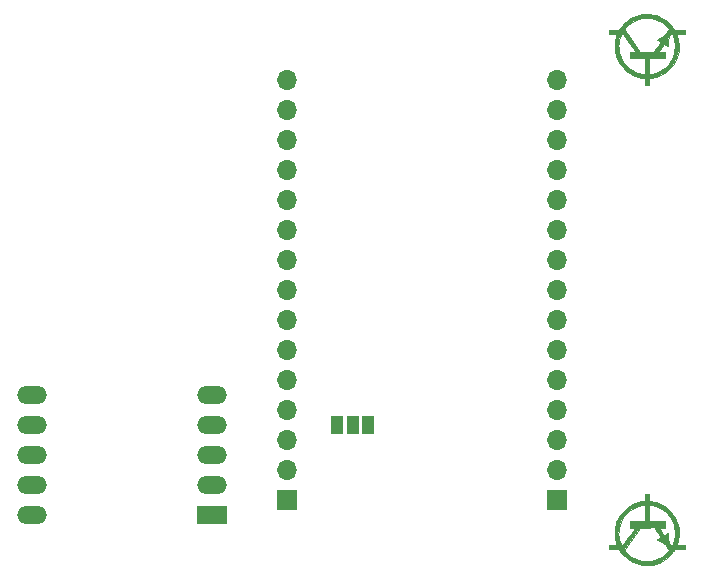
<source format=gbr>
%TF.GenerationSoftware,KiCad,Pcbnew,(5.99.0-9801-g46d71f0d23)*%
%TF.CreationDate,2021-03-18T00:24:41-04:00*%
%TF.ProjectId,PCB-S,5043422d-532e-46b6-9963-61645f706362,rev?*%
%TF.SameCoordinates,Original*%
%TF.FileFunction,Soldermask,Bot*%
%TF.FilePolarity,Negative*%
%FSLAX46Y46*%
G04 Gerber Fmt 4.6, Leading zero omitted, Abs format (unit mm)*
G04 Created by KiCad (PCBNEW (5.99.0-9801-g46d71f0d23)) date 2021-03-18 00:24:41*
%MOMM*%
%LPD*%
G01*
G04 APERTURE LIST*
%ADD10C,0.010000*%
%ADD11R,1.700000X1.700000*%
%ADD12O,1.700000X1.700000*%
%ADD13R,2.524000X1.524000*%
%ADD14O,2.524000X1.524000*%
%ADD15R,1.000000X1.500000*%
G04 APERTURE END LIST*
D10*
%TO.C,Ref\u002A\u002A*%
X218628075Y-29464000D02*
X218665720Y-29397296D01*
X218665720Y-29397296D02*
X218706653Y-29331486D01*
X218706653Y-29331486D02*
X218761233Y-29253511D01*
X218761233Y-29253511D02*
X218825044Y-29169061D01*
X218825044Y-29169061D02*
X218893669Y-29083828D01*
X218893669Y-29083828D02*
X218962693Y-29003505D01*
X218962693Y-29003505D02*
X219016257Y-28945538D01*
X219016257Y-28945538D02*
X219210408Y-28761546D01*
X219210408Y-28761546D02*
X219417094Y-28599428D01*
X219417094Y-28599428D02*
X219635420Y-28459565D01*
X219635420Y-28459565D02*
X219864494Y-28342338D01*
X219864494Y-28342338D02*
X220103422Y-28248128D01*
X220103422Y-28248128D02*
X220351310Y-28177316D01*
X220351310Y-28177316D02*
X220607266Y-28130284D01*
X220607266Y-28130284D02*
X220870395Y-28107412D01*
X220870395Y-28107412D02*
X220986350Y-28105100D01*
X220986350Y-28105100D02*
X221252308Y-28117390D01*
X221252308Y-28117390D02*
X221511480Y-28154006D01*
X221511480Y-28154006D02*
X221762971Y-28214566D01*
X221762971Y-28214566D02*
X222005890Y-28298690D01*
X222005890Y-28298690D02*
X222239341Y-28405996D01*
X222239341Y-28405996D02*
X222462431Y-28536103D01*
X222462431Y-28536103D02*
X222674268Y-28688630D01*
X222674268Y-28688630D02*
X222873957Y-28863196D01*
X222873957Y-28863196D02*
X222956442Y-28945538D01*
X222956442Y-28945538D02*
X223022517Y-29017636D01*
X223022517Y-29017636D02*
X223091798Y-29099288D01*
X223091798Y-29099288D02*
X223159870Y-29184803D01*
X223159870Y-29184803D02*
X223222316Y-29268490D01*
X223222316Y-29268490D02*
X223274720Y-29344658D01*
X223274720Y-29344658D02*
X223306979Y-29397296D01*
X223306979Y-29397296D02*
X223344624Y-29464000D01*
X223344624Y-29464000D02*
X224193100Y-29464000D01*
X224193100Y-29464000D02*
X224193100Y-29794200D01*
X224193100Y-29794200D02*
X223509074Y-29794200D01*
X223509074Y-29794200D02*
X223547319Y-29898975D01*
X223547319Y-29898975D02*
X223587205Y-30020568D01*
X223587205Y-30020568D02*
X223624418Y-30157334D01*
X223624418Y-30157334D02*
X223656407Y-30299046D01*
X223656407Y-30299046D02*
X223679671Y-30429200D01*
X223679671Y-30429200D02*
X223691566Y-30532518D01*
X223691566Y-30532518D02*
X223699209Y-30653252D01*
X223699209Y-30653252D02*
X223702590Y-30783776D01*
X223702590Y-30783776D02*
X223701699Y-30916463D01*
X223701699Y-30916463D02*
X223696526Y-31043688D01*
X223696526Y-31043688D02*
X223687061Y-31157822D01*
X223687061Y-31157822D02*
X223680668Y-31207930D01*
X223680668Y-31207930D02*
X223630383Y-31465374D01*
X223630383Y-31465374D02*
X223557283Y-31713400D01*
X223557283Y-31713400D02*
X223462444Y-31950828D01*
X223462444Y-31950828D02*
X223346942Y-32176480D01*
X223346942Y-32176480D02*
X223211855Y-32389180D01*
X223211855Y-32389180D02*
X223058257Y-32587749D01*
X223058257Y-32587749D02*
X222887225Y-32771008D01*
X222887225Y-32771008D02*
X222699837Y-32937781D01*
X222699837Y-32937781D02*
X222497167Y-33086888D01*
X222497167Y-33086888D02*
X222280293Y-33217153D01*
X222280293Y-33217153D02*
X222050291Y-33327397D01*
X222050291Y-33327397D02*
X221808236Y-33416442D01*
X221808236Y-33416442D02*
X221613777Y-33469948D01*
X221613777Y-33469948D02*
X221561445Y-33481206D01*
X221561445Y-33481206D02*
X221496179Y-33493620D01*
X221496179Y-33493620D02*
X221423857Y-33506253D01*
X221423857Y-33506253D02*
X221350355Y-33518168D01*
X221350355Y-33518168D02*
X221281551Y-33528428D01*
X221281551Y-33528428D02*
X221223322Y-33536097D01*
X221223322Y-33536097D02*
X221181545Y-33540238D01*
X221181545Y-33540238D02*
X221169849Y-33540700D01*
X221169849Y-33540700D02*
X221165951Y-33552995D01*
X221165951Y-33552995D02*
X221162697Y-33588270D01*
X221162697Y-33588270D02*
X221160189Y-33644110D01*
X221160189Y-33644110D02*
X221158529Y-33718102D01*
X221158529Y-33718102D02*
X221157819Y-33807830D01*
X221157819Y-33807830D02*
X221157800Y-33826450D01*
X221157800Y-33826450D02*
X221157800Y-33209304D01*
X221157800Y-33209304D02*
X221224475Y-33202306D01*
X221224475Y-33202306D02*
X221263471Y-33197041D01*
X221263471Y-33197041D02*
X221319678Y-33187953D01*
X221319678Y-33187953D02*
X221385428Y-33176341D01*
X221385428Y-33176341D02*
X221449900Y-33164125D01*
X221449900Y-33164125D02*
X221684261Y-33105307D01*
X221684261Y-33105307D02*
X221910511Y-33023078D01*
X221910511Y-33023078D02*
X222126863Y-32918626D01*
X222126863Y-32918626D02*
X222331530Y-32793139D01*
X222331530Y-32793139D02*
X222522727Y-32647805D01*
X222522727Y-32647805D02*
X222698667Y-32483813D01*
X222698667Y-32483813D02*
X222857563Y-32302352D01*
X222857563Y-32302352D02*
X222963105Y-32157549D01*
X222963105Y-32157549D02*
X223091704Y-31943870D01*
X223091704Y-31943870D02*
X223196673Y-31720911D01*
X223196673Y-31720911D02*
X223278034Y-31488609D01*
X223278034Y-31488609D02*
X223335808Y-31246902D01*
X223335808Y-31246902D02*
X223370016Y-30995726D01*
X223370016Y-30995726D02*
X223372231Y-30968950D01*
X223372231Y-30968950D02*
X223374815Y-30899397D01*
X223374815Y-30899397D02*
X223373799Y-30812241D01*
X223373799Y-30812241D02*
X223369612Y-30714958D01*
X223369612Y-30714958D02*
X223362688Y-30615021D01*
X223362688Y-30615021D02*
X223353457Y-30519907D01*
X223353457Y-30519907D02*
X223342352Y-30437089D01*
X223342352Y-30437089D02*
X223341059Y-30429200D01*
X223341059Y-30429200D02*
X223309941Y-30275972D01*
X223309941Y-30275972D02*
X223268629Y-30122391D01*
X223268629Y-30122391D02*
X223220012Y-29978536D01*
X223220012Y-29978536D02*
X223191762Y-29908500D01*
X223191762Y-29908500D02*
X223145194Y-29800550D01*
X223145194Y-29800550D02*
X223000324Y-29792964D01*
X223000324Y-29792964D02*
X222879262Y-29975024D01*
X222879262Y-29975024D02*
X222820482Y-30386528D01*
X222820482Y-30386528D02*
X222806112Y-30485819D01*
X222806112Y-30485819D02*
X222792567Y-30576935D01*
X222792567Y-30576935D02*
X222780323Y-30656861D01*
X222780323Y-30656861D02*
X222769856Y-30722583D01*
X222769856Y-30722583D02*
X222761642Y-30771085D01*
X222761642Y-30771085D02*
X222756159Y-30799352D01*
X222756159Y-30799352D02*
X222754315Y-30805418D01*
X222754315Y-30805418D02*
X222741315Y-30802021D01*
X222741315Y-30802021D02*
X222710935Y-30787512D01*
X222710935Y-30787512D02*
X222667424Y-30764097D01*
X222667424Y-30764097D02*
X222615030Y-30733982D01*
X222615030Y-30733982D02*
X222603240Y-30726979D01*
X222603240Y-30726979D02*
X222549128Y-30694699D01*
X222549128Y-30694699D02*
X222502895Y-30667198D01*
X222502895Y-30667198D02*
X222468907Y-30647065D01*
X222468907Y-30647065D02*
X222451526Y-30636892D01*
X222451526Y-30636892D02*
X222450465Y-30636300D01*
X222450465Y-30636300D02*
X222442005Y-30645413D01*
X222442005Y-30645413D02*
X222421616Y-30672612D01*
X222421616Y-30672612D02*
X222391396Y-30714807D01*
X222391396Y-30714807D02*
X222353445Y-30768911D01*
X222353445Y-30768911D02*
X222309863Y-30831834D01*
X222309863Y-30831834D02*
X222262749Y-30900488D01*
X222262749Y-30900488D02*
X222214202Y-30971784D01*
X222214202Y-30971784D02*
X222166321Y-31042634D01*
X222166321Y-31042634D02*
X222121205Y-31109948D01*
X222121205Y-31109948D02*
X222080955Y-31170638D01*
X222080955Y-31170638D02*
X222047669Y-31221615D01*
X222047669Y-31221615D02*
X222023447Y-31259791D01*
X222023447Y-31259791D02*
X222010387Y-31282077D01*
X222010387Y-31282077D02*
X222008700Y-31286267D01*
X222008700Y-31286267D02*
X222020766Y-31288253D01*
X222020766Y-31288253D02*
X222054430Y-31289996D01*
X222054430Y-31289996D02*
X222105889Y-31291398D01*
X222105889Y-31291398D02*
X222171343Y-31292361D01*
X222171343Y-31292361D02*
X222246989Y-31292788D01*
X222246989Y-31292788D02*
X222262700Y-31292800D01*
X222262700Y-31292800D02*
X222516700Y-31292800D01*
X222516700Y-31292800D02*
X222516700Y-31813500D01*
X222516700Y-31813500D02*
X221599431Y-31813500D01*
X221599431Y-31813500D02*
X221599431Y-31293057D01*
X221599431Y-31293057D02*
X221873412Y-30878151D01*
X221873412Y-30878151D02*
X221933708Y-30786400D01*
X221933708Y-30786400D02*
X221989126Y-30701220D01*
X221989126Y-30701220D02*
X222038193Y-30624939D01*
X222038193Y-30624939D02*
X222079440Y-30559880D01*
X222079440Y-30559880D02*
X222111396Y-30508370D01*
X222111396Y-30508370D02*
X222132589Y-30472732D01*
X222132589Y-30472732D02*
X222141550Y-30455292D01*
X222141550Y-30455292D02*
X222141691Y-30454020D01*
X222141691Y-30454020D02*
X222129124Y-30444328D01*
X222129124Y-30444328D02*
X222099063Y-30424684D01*
X222099063Y-30424684D02*
X222055967Y-30397917D01*
X222055967Y-30397917D02*
X222004292Y-30366851D01*
X222004292Y-30366851D02*
X222002562Y-30365826D01*
X222002562Y-30365826D02*
X221951979Y-30334767D01*
X221951979Y-30334767D02*
X221911312Y-30307639D01*
X221911312Y-30307639D02*
X221884538Y-30287256D01*
X221884538Y-30287256D02*
X221875634Y-30276430D01*
X221875634Y-30276430D02*
X221875756Y-30276142D01*
X221875756Y-30276142D02*
X221887527Y-30266768D01*
X221887527Y-30266768D02*
X221917945Y-30245017D01*
X221917945Y-30245017D02*
X221964524Y-30212601D01*
X221964524Y-30212601D02*
X222024776Y-30171230D01*
X222024776Y-30171230D02*
X222096213Y-30122614D01*
X222096213Y-30122614D02*
X222176347Y-30068463D01*
X222176347Y-30068463D02*
X222241324Y-30024801D01*
X222241324Y-30024801D02*
X222600270Y-29784176D01*
X222600270Y-29784176D02*
X222706314Y-29624088D01*
X222706314Y-29624088D02*
X222812357Y-29464000D01*
X222812357Y-29464000D02*
X222951514Y-29464000D01*
X222951514Y-29464000D02*
X222916025Y-29416375D01*
X222916025Y-29416375D02*
X222892599Y-29386213D01*
X222892599Y-29386213D02*
X222858123Y-29343383D01*
X222858123Y-29343383D02*
X222818011Y-29294560D01*
X222818011Y-29294560D02*
X222791982Y-29263372D01*
X222791982Y-29263372D02*
X222634343Y-29095260D01*
X222634343Y-29095260D02*
X222458171Y-28943186D01*
X222458171Y-28943186D02*
X222265516Y-28808310D01*
X222265516Y-28808310D02*
X222058429Y-28691792D01*
X222058429Y-28691792D02*
X221838963Y-28594789D01*
X221838963Y-28594789D02*
X221609168Y-28518462D01*
X221609168Y-28518462D02*
X221380050Y-28465586D01*
X221380050Y-28465586D02*
X221298740Y-28454498D01*
X221298740Y-28454498D02*
X221198782Y-28446716D01*
X221198782Y-28446716D02*
X221086709Y-28442240D01*
X221086709Y-28442240D02*
X220969057Y-28441070D01*
X220969057Y-28441070D02*
X220852359Y-28443206D01*
X220852359Y-28443206D02*
X220743152Y-28448649D01*
X220743152Y-28448649D02*
X220647969Y-28457397D01*
X220647969Y-28457397D02*
X220592650Y-28465586D01*
X220592650Y-28465586D02*
X220348943Y-28522455D01*
X220348943Y-28522455D02*
X220114996Y-28601929D01*
X220114996Y-28601929D02*
X219892218Y-28703170D01*
X219892218Y-28703170D02*
X219682016Y-28825338D01*
X219682016Y-28825338D02*
X219485800Y-28967595D01*
X219485800Y-28967595D02*
X219304976Y-29129101D01*
X219304976Y-29129101D02*
X219140955Y-29309019D01*
X219140955Y-29309019D02*
X219108275Y-29349700D01*
X219108275Y-29349700D02*
X219023497Y-29457650D01*
X219023497Y-29457650D02*
X219090523Y-29461840D01*
X219090523Y-29461840D02*
X219157550Y-29466030D01*
X219157550Y-29466030D02*
X220453290Y-31286450D01*
X220453290Y-31286450D02*
X221026360Y-31289754D01*
X221026360Y-31289754D02*
X221599431Y-31293057D01*
X221599431Y-31293057D02*
X221599431Y-31813500D01*
X221599431Y-31813500D02*
X221157800Y-31813500D01*
X221157800Y-31813500D02*
X221157800Y-33209304D01*
X221157800Y-33209304D02*
X221157800Y-33826450D01*
X221157800Y-33826450D02*
X221157800Y-34112200D01*
X221157800Y-34112200D02*
X220814900Y-34112200D01*
X220814900Y-34112200D02*
X220814900Y-33542528D01*
X220814900Y-33542528D02*
X220814900Y-33210801D01*
X220814900Y-33210801D02*
X220814900Y-31813500D01*
X220814900Y-31813500D02*
X219608400Y-31813500D01*
X219608400Y-31813500D02*
X219608400Y-31292800D01*
X219608400Y-31292800D02*
X219825358Y-31292800D01*
X219825358Y-31292800D02*
X219904339Y-31292132D01*
X219904339Y-31292132D02*
X219967443Y-31290227D01*
X219967443Y-31290227D02*
X220011987Y-31287237D01*
X220011987Y-31287237D02*
X220035287Y-31283313D01*
X220035287Y-31283313D02*
X220038083Y-31280829D01*
X220038083Y-31280829D02*
X220030172Y-31268768D01*
X220030172Y-31268768D02*
X220008655Y-31237729D01*
X220008655Y-31237729D02*
X219974718Y-31189385D01*
X219974718Y-31189385D02*
X219929545Y-31125406D01*
X219929545Y-31125406D02*
X219874323Y-31047465D01*
X219874323Y-31047465D02*
X219810238Y-30957232D01*
X219810238Y-30957232D02*
X219738473Y-30856379D01*
X219738473Y-30856379D02*
X219660216Y-30746578D01*
X219660216Y-30746578D02*
X219576651Y-30629499D01*
X219576651Y-30629499D02*
X219506800Y-30531755D01*
X219506800Y-30531755D02*
X218979750Y-29794652D01*
X218979750Y-29794652D02*
X218905928Y-29794426D01*
X218905928Y-29794426D02*
X218832107Y-29794200D01*
X218832107Y-29794200D02*
X218793814Y-29878653D01*
X218793814Y-29878653D02*
X218715053Y-30081482D01*
X218715053Y-30081482D02*
X218656169Y-30296720D01*
X218656169Y-30296720D02*
X218617572Y-30520464D01*
X218617572Y-30520464D02*
X218599671Y-30748809D01*
X218599671Y-30748809D02*
X218602875Y-30977852D01*
X218602875Y-30977852D02*
X218627592Y-31203687D01*
X218627592Y-31203687D02*
X218645000Y-31299150D01*
X218645000Y-31299150D02*
X218706293Y-31535628D01*
X218706293Y-31535628D02*
X218790364Y-31762308D01*
X218790364Y-31762308D02*
X218896026Y-31977802D01*
X218896026Y-31977802D02*
X219022091Y-32180723D01*
X219022091Y-32180723D02*
X219167370Y-32369684D01*
X219167370Y-32369684D02*
X219330676Y-32543298D01*
X219330676Y-32543298D02*
X219510821Y-32700176D01*
X219510821Y-32700176D02*
X219706616Y-32838933D01*
X219706616Y-32838933D02*
X219916874Y-32958179D01*
X219916874Y-32958179D02*
X220140405Y-33056528D01*
X220140405Y-33056528D02*
X220154500Y-33061841D01*
X220154500Y-33061841D02*
X220272573Y-33102441D01*
X220272573Y-33102441D02*
X220392963Y-33136329D01*
X220392963Y-33136329D02*
X220522093Y-33165009D01*
X220522093Y-33165009D02*
X220666387Y-33189980D01*
X220666387Y-33189980D02*
X220760925Y-33203539D01*
X220760925Y-33203539D02*
X220814900Y-33210801D01*
X220814900Y-33210801D02*
X220814900Y-33542528D01*
X220814900Y-33542528D02*
X220741875Y-33534246D01*
X220741875Y-33534246D02*
X220485626Y-33495750D01*
X220485626Y-33495750D02*
X220246418Y-33440139D01*
X220246418Y-33440139D02*
X220022057Y-33366890D01*
X220022057Y-33366890D02*
X219992926Y-33355676D01*
X219992926Y-33355676D02*
X219755662Y-33249249D01*
X219755662Y-33249249D02*
X219531628Y-33121782D01*
X219531628Y-33121782D02*
X219321959Y-32974567D01*
X219321959Y-32974567D02*
X219127789Y-32808901D01*
X219127789Y-32808901D02*
X218950254Y-32626076D01*
X218950254Y-32626076D02*
X218790487Y-32427388D01*
X218790487Y-32427388D02*
X218649624Y-32214130D01*
X218649624Y-32214130D02*
X218528798Y-31987596D01*
X218528798Y-31987596D02*
X218429145Y-31749081D01*
X218429145Y-31749081D02*
X218351798Y-31499879D01*
X218351798Y-31499879D02*
X218345965Y-31476950D01*
X218345965Y-31476950D02*
X218313222Y-31329999D01*
X218313222Y-31329999D02*
X218290420Y-31187911D01*
X218290420Y-31187911D02*
X218276543Y-31041909D01*
X218276543Y-31041909D02*
X218270573Y-30883218D01*
X218270573Y-30883218D02*
X218270164Y-30822900D01*
X218270164Y-30822900D02*
X218279721Y-30574999D01*
X218279721Y-30574999D02*
X218308861Y-30339854D01*
X218308861Y-30339854D02*
X218358285Y-30113231D01*
X218358285Y-30113231D02*
X218421182Y-29911675D01*
X218421182Y-29911675D02*
X218463114Y-29794200D01*
X218463114Y-29794200D02*
X217779600Y-29794200D01*
X217779600Y-29794200D02*
X217779600Y-29464000D01*
X217779600Y-29464000D02*
X218628075Y-29464000D01*
X218628075Y-29464000D02*
X218628075Y-29464000D01*
G36*
X220485626Y-33495750D02*
G01*
X220246418Y-33440139D01*
X220022057Y-33366890D01*
X219992926Y-33355676D01*
X219755662Y-33249249D01*
X219531628Y-33121782D01*
X219321959Y-32974567D01*
X219127789Y-32808901D01*
X218950254Y-32626076D01*
X218790487Y-32427388D01*
X218649624Y-32214130D01*
X218528798Y-31987596D01*
X218429145Y-31749081D01*
X218351798Y-31499879D01*
X218345965Y-31476950D01*
X218313222Y-31329999D01*
X218290420Y-31187911D01*
X218276543Y-31041909D01*
X218270573Y-30883218D01*
X218270164Y-30822900D01*
X218273020Y-30748809D01*
X218599671Y-30748809D01*
X218602875Y-30977852D01*
X218627592Y-31203687D01*
X218645000Y-31299150D01*
X218706293Y-31535628D01*
X218790364Y-31762308D01*
X218896026Y-31977802D01*
X219022091Y-32180723D01*
X219167370Y-32369684D01*
X219330676Y-32543298D01*
X219510821Y-32700176D01*
X219706616Y-32838933D01*
X219916874Y-32958179D01*
X220140405Y-33056528D01*
X220154500Y-33061841D01*
X220272573Y-33102441D01*
X220392963Y-33136329D01*
X220522093Y-33165009D01*
X220666387Y-33189980D01*
X220760925Y-33203539D01*
X220814900Y-33210801D01*
X220814900Y-31813500D01*
X221157800Y-31813500D01*
X221157800Y-33209304D01*
X221224475Y-33202306D01*
X221263471Y-33197041D01*
X221319678Y-33187953D01*
X221385428Y-33176341D01*
X221449900Y-33164125D01*
X221684261Y-33105307D01*
X221910511Y-33023078D01*
X222126863Y-32918626D01*
X222331530Y-32793139D01*
X222522727Y-32647805D01*
X222698667Y-32483813D01*
X222857563Y-32302352D01*
X222963105Y-32157549D01*
X223091704Y-31943870D01*
X223196673Y-31720911D01*
X223278034Y-31488609D01*
X223335808Y-31246902D01*
X223370016Y-30995726D01*
X223372231Y-30968950D01*
X223374815Y-30899397D01*
X223373799Y-30812241D01*
X223369612Y-30714958D01*
X223362688Y-30615021D01*
X223353457Y-30519907D01*
X223342352Y-30437089D01*
X223341059Y-30429200D01*
X223309941Y-30275972D01*
X223268629Y-30122391D01*
X223220012Y-29978536D01*
X223191762Y-29908500D01*
X223145194Y-29800550D01*
X223000324Y-29792964D01*
X222879262Y-29975024D01*
X222820482Y-30386528D01*
X222806112Y-30485819D01*
X222792567Y-30576935D01*
X222780323Y-30656861D01*
X222769856Y-30722583D01*
X222761642Y-30771085D01*
X222756159Y-30799352D01*
X222754315Y-30805418D01*
X222741315Y-30802021D01*
X222710935Y-30787512D01*
X222667424Y-30764097D01*
X222615030Y-30733982D01*
X222603240Y-30726979D01*
X222549128Y-30694699D01*
X222502895Y-30667198D01*
X222468907Y-30647065D01*
X222451526Y-30636892D01*
X222450465Y-30636300D01*
X222442005Y-30645413D01*
X222421616Y-30672612D01*
X222391396Y-30714807D01*
X222353445Y-30768911D01*
X222309863Y-30831834D01*
X222262749Y-30900488D01*
X222214202Y-30971784D01*
X222166321Y-31042634D01*
X222121205Y-31109948D01*
X222080955Y-31170638D01*
X222047669Y-31221615D01*
X222023447Y-31259791D01*
X222010387Y-31282077D01*
X222008700Y-31286267D01*
X222020766Y-31288253D01*
X222054430Y-31289996D01*
X222105889Y-31291398D01*
X222171343Y-31292361D01*
X222246989Y-31292788D01*
X222262700Y-31292800D01*
X222516700Y-31292800D01*
X222516700Y-31813500D01*
X221157800Y-31813500D01*
X220814900Y-31813500D01*
X219608400Y-31813500D01*
X219608400Y-31292800D01*
X219825358Y-31292800D01*
X219904339Y-31292132D01*
X219967443Y-31290227D01*
X220011987Y-31287237D01*
X220035287Y-31283313D01*
X220038083Y-31280829D01*
X220030172Y-31268768D01*
X220008655Y-31237729D01*
X219974718Y-31189385D01*
X219929545Y-31125406D01*
X219874323Y-31047465D01*
X219810238Y-30957232D01*
X219738473Y-30856379D01*
X219660216Y-30746578D01*
X219576651Y-30629499D01*
X219506800Y-30531755D01*
X218979750Y-29794652D01*
X218905928Y-29794426D01*
X218832107Y-29794200D01*
X218793814Y-29878653D01*
X218715053Y-30081482D01*
X218656169Y-30296720D01*
X218617572Y-30520464D01*
X218599671Y-30748809D01*
X218273020Y-30748809D01*
X218279721Y-30574999D01*
X218308861Y-30339854D01*
X218358285Y-30113231D01*
X218421182Y-29911675D01*
X218463114Y-29794200D01*
X217779600Y-29794200D01*
X217779600Y-29464000D01*
X218628075Y-29464000D01*
X218631659Y-29457650D01*
X219023497Y-29457650D01*
X219090523Y-29461840D01*
X219157550Y-29466030D01*
X220453290Y-31286450D01*
X221026360Y-31289754D01*
X221599431Y-31293057D01*
X221873412Y-30878151D01*
X221933708Y-30786400D01*
X221989126Y-30701220D01*
X222038193Y-30624939D01*
X222079440Y-30559880D01*
X222111396Y-30508370D01*
X222132589Y-30472732D01*
X222141550Y-30455292D01*
X222141691Y-30454020D01*
X222129124Y-30444328D01*
X222099063Y-30424684D01*
X222055967Y-30397917D01*
X222004292Y-30366851D01*
X222002562Y-30365826D01*
X221951979Y-30334767D01*
X221911312Y-30307639D01*
X221884538Y-30287256D01*
X221875634Y-30276430D01*
X221875756Y-30276142D01*
X221887527Y-30266768D01*
X221917945Y-30245017D01*
X221964524Y-30212601D01*
X222024776Y-30171230D01*
X222096213Y-30122614D01*
X222176347Y-30068463D01*
X222241324Y-30024801D01*
X222600270Y-29784176D01*
X222706314Y-29624088D01*
X222812357Y-29464000D01*
X222951514Y-29464000D01*
X222916025Y-29416375D01*
X222892599Y-29386213D01*
X222858123Y-29343383D01*
X222818011Y-29294560D01*
X222791982Y-29263372D01*
X222634343Y-29095260D01*
X222458171Y-28943186D01*
X222265516Y-28808310D01*
X222058429Y-28691792D01*
X221838963Y-28594789D01*
X221609168Y-28518462D01*
X221380050Y-28465586D01*
X221298740Y-28454498D01*
X221198782Y-28446716D01*
X221086709Y-28442240D01*
X220969057Y-28441070D01*
X220852359Y-28443206D01*
X220743152Y-28448649D01*
X220647969Y-28457397D01*
X220592650Y-28465586D01*
X220348943Y-28522455D01*
X220114996Y-28601929D01*
X219892218Y-28703170D01*
X219682016Y-28825338D01*
X219485800Y-28967595D01*
X219304976Y-29129101D01*
X219140955Y-29309019D01*
X219108275Y-29349700D01*
X219023497Y-29457650D01*
X218631659Y-29457650D01*
X218665720Y-29397296D01*
X218706653Y-29331486D01*
X218761233Y-29253511D01*
X218825044Y-29169061D01*
X218893669Y-29083828D01*
X218962693Y-29003505D01*
X219016257Y-28945538D01*
X219210408Y-28761546D01*
X219417094Y-28599428D01*
X219635420Y-28459565D01*
X219864494Y-28342338D01*
X220103422Y-28248128D01*
X220351310Y-28177316D01*
X220607266Y-28130284D01*
X220870395Y-28107412D01*
X220986350Y-28105100D01*
X221252308Y-28117390D01*
X221511480Y-28154006D01*
X221762971Y-28214566D01*
X222005890Y-28298690D01*
X222239341Y-28405996D01*
X222462431Y-28536103D01*
X222674268Y-28688630D01*
X222873957Y-28863196D01*
X222956442Y-28945538D01*
X223022517Y-29017636D01*
X223091798Y-29099288D01*
X223159870Y-29184803D01*
X223222316Y-29268490D01*
X223274720Y-29344658D01*
X223306979Y-29397296D01*
X223344624Y-29464000D01*
X224193100Y-29464000D01*
X224193100Y-29794200D01*
X223509074Y-29794200D01*
X223547319Y-29898975D01*
X223587205Y-30020568D01*
X223624418Y-30157334D01*
X223656407Y-30299046D01*
X223679671Y-30429200D01*
X223691566Y-30532518D01*
X223699209Y-30653252D01*
X223702590Y-30783776D01*
X223701699Y-30916463D01*
X223696526Y-31043688D01*
X223687061Y-31157822D01*
X223680668Y-31207930D01*
X223630383Y-31465374D01*
X223557283Y-31713400D01*
X223462444Y-31950828D01*
X223346942Y-32176480D01*
X223211855Y-32389180D01*
X223058257Y-32587749D01*
X222887225Y-32771008D01*
X222699837Y-32937781D01*
X222497167Y-33086888D01*
X222280293Y-33217153D01*
X222050291Y-33327397D01*
X221808236Y-33416442D01*
X221613777Y-33469948D01*
X221561445Y-33481206D01*
X221496179Y-33493620D01*
X221423857Y-33506253D01*
X221350355Y-33518168D01*
X221281551Y-33528428D01*
X221223322Y-33536097D01*
X221181545Y-33540238D01*
X221169849Y-33540700D01*
X221165951Y-33552995D01*
X221162697Y-33588270D01*
X221160189Y-33644110D01*
X221158529Y-33718102D01*
X221157819Y-33807830D01*
X221157800Y-33826450D01*
X221157800Y-34112200D01*
X220814900Y-34112200D01*
X220814900Y-33542528D01*
X220741875Y-33534246D01*
X220485626Y-33495750D01*
G37*
X220485626Y-33495750D02*
X220246418Y-33440139D01*
X220022057Y-33366890D01*
X219992926Y-33355676D01*
X219755662Y-33249249D01*
X219531628Y-33121782D01*
X219321959Y-32974567D01*
X219127789Y-32808901D01*
X218950254Y-32626076D01*
X218790487Y-32427388D01*
X218649624Y-32214130D01*
X218528798Y-31987596D01*
X218429145Y-31749081D01*
X218351798Y-31499879D01*
X218345965Y-31476950D01*
X218313222Y-31329999D01*
X218290420Y-31187911D01*
X218276543Y-31041909D01*
X218270573Y-30883218D01*
X218270164Y-30822900D01*
X218273020Y-30748809D01*
X218599671Y-30748809D01*
X218602875Y-30977852D01*
X218627592Y-31203687D01*
X218645000Y-31299150D01*
X218706293Y-31535628D01*
X218790364Y-31762308D01*
X218896026Y-31977802D01*
X219022091Y-32180723D01*
X219167370Y-32369684D01*
X219330676Y-32543298D01*
X219510821Y-32700176D01*
X219706616Y-32838933D01*
X219916874Y-32958179D01*
X220140405Y-33056528D01*
X220154500Y-33061841D01*
X220272573Y-33102441D01*
X220392963Y-33136329D01*
X220522093Y-33165009D01*
X220666387Y-33189980D01*
X220760925Y-33203539D01*
X220814900Y-33210801D01*
X220814900Y-31813500D01*
X221157800Y-31813500D01*
X221157800Y-33209304D01*
X221224475Y-33202306D01*
X221263471Y-33197041D01*
X221319678Y-33187953D01*
X221385428Y-33176341D01*
X221449900Y-33164125D01*
X221684261Y-33105307D01*
X221910511Y-33023078D01*
X222126863Y-32918626D01*
X222331530Y-32793139D01*
X222522727Y-32647805D01*
X222698667Y-32483813D01*
X222857563Y-32302352D01*
X222963105Y-32157549D01*
X223091704Y-31943870D01*
X223196673Y-31720911D01*
X223278034Y-31488609D01*
X223335808Y-31246902D01*
X223370016Y-30995726D01*
X223372231Y-30968950D01*
X223374815Y-30899397D01*
X223373799Y-30812241D01*
X223369612Y-30714958D01*
X223362688Y-30615021D01*
X223353457Y-30519907D01*
X223342352Y-30437089D01*
X223341059Y-30429200D01*
X223309941Y-30275972D01*
X223268629Y-30122391D01*
X223220012Y-29978536D01*
X223191762Y-29908500D01*
X223145194Y-29800550D01*
X223000324Y-29792964D01*
X222879262Y-29975024D01*
X222820482Y-30386528D01*
X222806112Y-30485819D01*
X222792567Y-30576935D01*
X222780323Y-30656861D01*
X222769856Y-30722583D01*
X222761642Y-30771085D01*
X222756159Y-30799352D01*
X222754315Y-30805418D01*
X222741315Y-30802021D01*
X222710935Y-30787512D01*
X222667424Y-30764097D01*
X222615030Y-30733982D01*
X222603240Y-30726979D01*
X222549128Y-30694699D01*
X222502895Y-30667198D01*
X222468907Y-30647065D01*
X222451526Y-30636892D01*
X222450465Y-30636300D01*
X222442005Y-30645413D01*
X222421616Y-30672612D01*
X222391396Y-30714807D01*
X222353445Y-30768911D01*
X222309863Y-30831834D01*
X222262749Y-30900488D01*
X222214202Y-30971784D01*
X222166321Y-31042634D01*
X222121205Y-31109948D01*
X222080955Y-31170638D01*
X222047669Y-31221615D01*
X222023447Y-31259791D01*
X222010387Y-31282077D01*
X222008700Y-31286267D01*
X222020766Y-31288253D01*
X222054430Y-31289996D01*
X222105889Y-31291398D01*
X222171343Y-31292361D01*
X222246989Y-31292788D01*
X222262700Y-31292800D01*
X222516700Y-31292800D01*
X222516700Y-31813500D01*
X221157800Y-31813500D01*
X220814900Y-31813500D01*
X219608400Y-31813500D01*
X219608400Y-31292800D01*
X219825358Y-31292800D01*
X219904339Y-31292132D01*
X219967443Y-31290227D01*
X220011987Y-31287237D01*
X220035287Y-31283313D01*
X220038083Y-31280829D01*
X220030172Y-31268768D01*
X220008655Y-31237729D01*
X219974718Y-31189385D01*
X219929545Y-31125406D01*
X219874323Y-31047465D01*
X219810238Y-30957232D01*
X219738473Y-30856379D01*
X219660216Y-30746578D01*
X219576651Y-30629499D01*
X219506800Y-30531755D01*
X218979750Y-29794652D01*
X218905928Y-29794426D01*
X218832107Y-29794200D01*
X218793814Y-29878653D01*
X218715053Y-30081482D01*
X218656169Y-30296720D01*
X218617572Y-30520464D01*
X218599671Y-30748809D01*
X218273020Y-30748809D01*
X218279721Y-30574999D01*
X218308861Y-30339854D01*
X218358285Y-30113231D01*
X218421182Y-29911675D01*
X218463114Y-29794200D01*
X217779600Y-29794200D01*
X217779600Y-29464000D01*
X218628075Y-29464000D01*
X218631659Y-29457650D01*
X219023497Y-29457650D01*
X219090523Y-29461840D01*
X219157550Y-29466030D01*
X220453290Y-31286450D01*
X221026360Y-31289754D01*
X221599431Y-31293057D01*
X221873412Y-30878151D01*
X221933708Y-30786400D01*
X221989126Y-30701220D01*
X222038193Y-30624939D01*
X222079440Y-30559880D01*
X222111396Y-30508370D01*
X222132589Y-30472732D01*
X222141550Y-30455292D01*
X222141691Y-30454020D01*
X222129124Y-30444328D01*
X222099063Y-30424684D01*
X222055967Y-30397917D01*
X222004292Y-30366851D01*
X222002562Y-30365826D01*
X221951979Y-30334767D01*
X221911312Y-30307639D01*
X221884538Y-30287256D01*
X221875634Y-30276430D01*
X221875756Y-30276142D01*
X221887527Y-30266768D01*
X221917945Y-30245017D01*
X221964524Y-30212601D01*
X222024776Y-30171230D01*
X222096213Y-30122614D01*
X222176347Y-30068463D01*
X222241324Y-30024801D01*
X222600270Y-29784176D01*
X222706314Y-29624088D01*
X222812357Y-29464000D01*
X222951514Y-29464000D01*
X222916025Y-29416375D01*
X222892599Y-29386213D01*
X222858123Y-29343383D01*
X222818011Y-29294560D01*
X222791982Y-29263372D01*
X222634343Y-29095260D01*
X222458171Y-28943186D01*
X222265516Y-28808310D01*
X222058429Y-28691792D01*
X221838963Y-28594789D01*
X221609168Y-28518462D01*
X221380050Y-28465586D01*
X221298740Y-28454498D01*
X221198782Y-28446716D01*
X221086709Y-28442240D01*
X220969057Y-28441070D01*
X220852359Y-28443206D01*
X220743152Y-28448649D01*
X220647969Y-28457397D01*
X220592650Y-28465586D01*
X220348943Y-28522455D01*
X220114996Y-28601929D01*
X219892218Y-28703170D01*
X219682016Y-28825338D01*
X219485800Y-28967595D01*
X219304976Y-29129101D01*
X219140955Y-29309019D01*
X219108275Y-29349700D01*
X219023497Y-29457650D01*
X218631659Y-29457650D01*
X218665720Y-29397296D01*
X218706653Y-29331486D01*
X218761233Y-29253511D01*
X218825044Y-29169061D01*
X218893669Y-29083828D01*
X218962693Y-29003505D01*
X219016257Y-28945538D01*
X219210408Y-28761546D01*
X219417094Y-28599428D01*
X219635420Y-28459565D01*
X219864494Y-28342338D01*
X220103422Y-28248128D01*
X220351310Y-28177316D01*
X220607266Y-28130284D01*
X220870395Y-28107412D01*
X220986350Y-28105100D01*
X221252308Y-28117390D01*
X221511480Y-28154006D01*
X221762971Y-28214566D01*
X222005890Y-28298690D01*
X222239341Y-28405996D01*
X222462431Y-28536103D01*
X222674268Y-28688630D01*
X222873957Y-28863196D01*
X222956442Y-28945538D01*
X223022517Y-29017636D01*
X223091798Y-29099288D01*
X223159870Y-29184803D01*
X223222316Y-29268490D01*
X223274720Y-29344658D01*
X223306979Y-29397296D01*
X223344624Y-29464000D01*
X224193100Y-29464000D01*
X224193100Y-29794200D01*
X223509074Y-29794200D01*
X223547319Y-29898975D01*
X223587205Y-30020568D01*
X223624418Y-30157334D01*
X223656407Y-30299046D01*
X223679671Y-30429200D01*
X223691566Y-30532518D01*
X223699209Y-30653252D01*
X223702590Y-30783776D01*
X223701699Y-30916463D01*
X223696526Y-31043688D01*
X223687061Y-31157822D01*
X223680668Y-31207930D01*
X223630383Y-31465374D01*
X223557283Y-31713400D01*
X223462444Y-31950828D01*
X223346942Y-32176480D01*
X223211855Y-32389180D01*
X223058257Y-32587749D01*
X222887225Y-32771008D01*
X222699837Y-32937781D01*
X222497167Y-33086888D01*
X222280293Y-33217153D01*
X222050291Y-33327397D01*
X221808236Y-33416442D01*
X221613777Y-33469948D01*
X221561445Y-33481206D01*
X221496179Y-33493620D01*
X221423857Y-33506253D01*
X221350355Y-33518168D01*
X221281551Y-33528428D01*
X221223322Y-33536097D01*
X221181545Y-33540238D01*
X221169849Y-33540700D01*
X221165951Y-33552995D01*
X221162697Y-33588270D01*
X221160189Y-33644110D01*
X221158529Y-33718102D01*
X221157819Y-33807830D01*
X221157800Y-33826450D01*
X221157800Y-34112200D01*
X220814900Y-34112200D01*
X220814900Y-33542528D01*
X220741875Y-33534246D01*
X220485626Y-33495750D01*
X218628075Y-73406000D02*
X218665720Y-73472704D01*
X218665720Y-73472704D02*
X218706653Y-73538514D01*
X218706653Y-73538514D02*
X218761233Y-73616489D01*
X218761233Y-73616489D02*
X218825044Y-73700939D01*
X218825044Y-73700939D02*
X218893669Y-73786172D01*
X218893669Y-73786172D02*
X218962693Y-73866495D01*
X218962693Y-73866495D02*
X219016257Y-73924462D01*
X219016257Y-73924462D02*
X219210408Y-74108454D01*
X219210408Y-74108454D02*
X219417094Y-74270572D01*
X219417094Y-74270572D02*
X219635420Y-74410435D01*
X219635420Y-74410435D02*
X219864494Y-74527662D01*
X219864494Y-74527662D02*
X220103422Y-74621872D01*
X220103422Y-74621872D02*
X220351310Y-74692684D01*
X220351310Y-74692684D02*
X220607266Y-74739716D01*
X220607266Y-74739716D02*
X220870395Y-74762588D01*
X220870395Y-74762588D02*
X220986350Y-74764900D01*
X220986350Y-74764900D02*
X221252308Y-74752610D01*
X221252308Y-74752610D02*
X221511480Y-74715994D01*
X221511480Y-74715994D02*
X221762971Y-74655434D01*
X221762971Y-74655434D02*
X222005890Y-74571310D01*
X222005890Y-74571310D02*
X222239341Y-74464004D01*
X222239341Y-74464004D02*
X222462431Y-74333897D01*
X222462431Y-74333897D02*
X222674268Y-74181370D01*
X222674268Y-74181370D02*
X222873957Y-74006804D01*
X222873957Y-74006804D02*
X222956442Y-73924462D01*
X222956442Y-73924462D02*
X223022517Y-73852364D01*
X223022517Y-73852364D02*
X223091798Y-73770712D01*
X223091798Y-73770712D02*
X223159870Y-73685197D01*
X223159870Y-73685197D02*
X223222316Y-73601510D01*
X223222316Y-73601510D02*
X223274720Y-73525342D01*
X223274720Y-73525342D02*
X223306979Y-73472704D01*
X223306979Y-73472704D02*
X223344624Y-73406000D01*
X223344624Y-73406000D02*
X224193100Y-73406000D01*
X224193100Y-73406000D02*
X224193100Y-73075800D01*
X224193100Y-73075800D02*
X223509074Y-73075800D01*
X223509074Y-73075800D02*
X223547319Y-72971025D01*
X223547319Y-72971025D02*
X223587205Y-72849432D01*
X223587205Y-72849432D02*
X223624418Y-72712666D01*
X223624418Y-72712666D02*
X223656407Y-72570954D01*
X223656407Y-72570954D02*
X223679671Y-72440800D01*
X223679671Y-72440800D02*
X223691566Y-72337482D01*
X223691566Y-72337482D02*
X223699209Y-72216748D01*
X223699209Y-72216748D02*
X223702590Y-72086224D01*
X223702590Y-72086224D02*
X223701699Y-71953537D01*
X223701699Y-71953537D02*
X223696526Y-71826312D01*
X223696526Y-71826312D02*
X223687061Y-71712178D01*
X223687061Y-71712178D02*
X223680668Y-71662070D01*
X223680668Y-71662070D02*
X223630383Y-71404626D01*
X223630383Y-71404626D02*
X223557283Y-71156600D01*
X223557283Y-71156600D02*
X223462444Y-70919172D01*
X223462444Y-70919172D02*
X223346942Y-70693520D01*
X223346942Y-70693520D02*
X223211855Y-70480820D01*
X223211855Y-70480820D02*
X223058257Y-70282251D01*
X223058257Y-70282251D02*
X222887225Y-70098992D01*
X222887225Y-70098992D02*
X222699837Y-69932219D01*
X222699837Y-69932219D02*
X222497167Y-69783112D01*
X222497167Y-69783112D02*
X222280293Y-69652847D01*
X222280293Y-69652847D02*
X222050291Y-69542603D01*
X222050291Y-69542603D02*
X221808236Y-69453558D01*
X221808236Y-69453558D02*
X221613777Y-69400052D01*
X221613777Y-69400052D02*
X221561445Y-69388794D01*
X221561445Y-69388794D02*
X221496179Y-69376380D01*
X221496179Y-69376380D02*
X221423857Y-69363747D01*
X221423857Y-69363747D02*
X221350355Y-69351832D01*
X221350355Y-69351832D02*
X221281551Y-69341572D01*
X221281551Y-69341572D02*
X221223322Y-69333903D01*
X221223322Y-69333903D02*
X221181545Y-69329762D01*
X221181545Y-69329762D02*
X221169849Y-69329300D01*
X221169849Y-69329300D02*
X221165951Y-69317005D01*
X221165951Y-69317005D02*
X221162697Y-69281730D01*
X221162697Y-69281730D02*
X221160189Y-69225890D01*
X221160189Y-69225890D02*
X221158529Y-69151898D01*
X221158529Y-69151898D02*
X221157819Y-69062170D01*
X221157819Y-69062170D02*
X221157800Y-69043550D01*
X221157800Y-69043550D02*
X221157800Y-69660696D01*
X221157800Y-69660696D02*
X221224475Y-69667694D01*
X221224475Y-69667694D02*
X221263471Y-69672959D01*
X221263471Y-69672959D02*
X221319678Y-69682047D01*
X221319678Y-69682047D02*
X221385428Y-69693659D01*
X221385428Y-69693659D02*
X221449900Y-69705875D01*
X221449900Y-69705875D02*
X221684261Y-69764693D01*
X221684261Y-69764693D02*
X221910511Y-69846922D01*
X221910511Y-69846922D02*
X222126863Y-69951374D01*
X222126863Y-69951374D02*
X222331530Y-70076861D01*
X222331530Y-70076861D02*
X222522727Y-70222195D01*
X222522727Y-70222195D02*
X222698667Y-70386187D01*
X222698667Y-70386187D02*
X222857563Y-70567648D01*
X222857563Y-70567648D02*
X222963105Y-70712451D01*
X222963105Y-70712451D02*
X223091704Y-70926130D01*
X223091704Y-70926130D02*
X223196673Y-71149089D01*
X223196673Y-71149089D02*
X223278034Y-71381391D01*
X223278034Y-71381391D02*
X223335808Y-71623098D01*
X223335808Y-71623098D02*
X223370016Y-71874274D01*
X223370016Y-71874274D02*
X223372231Y-71901050D01*
X223372231Y-71901050D02*
X223374815Y-71970603D01*
X223374815Y-71970603D02*
X223373799Y-72057759D01*
X223373799Y-72057759D02*
X223369612Y-72155042D01*
X223369612Y-72155042D02*
X223362688Y-72254979D01*
X223362688Y-72254979D02*
X223353457Y-72350093D01*
X223353457Y-72350093D02*
X223342352Y-72432911D01*
X223342352Y-72432911D02*
X223341059Y-72440800D01*
X223341059Y-72440800D02*
X223309941Y-72594028D01*
X223309941Y-72594028D02*
X223268629Y-72747609D01*
X223268629Y-72747609D02*
X223220012Y-72891464D01*
X223220012Y-72891464D02*
X223191762Y-72961500D01*
X223191762Y-72961500D02*
X223145194Y-73069450D01*
X223145194Y-73069450D02*
X223000324Y-73077036D01*
X223000324Y-73077036D02*
X222879262Y-72894976D01*
X222879262Y-72894976D02*
X222820482Y-72483472D01*
X222820482Y-72483472D02*
X222806112Y-72384181D01*
X222806112Y-72384181D02*
X222792567Y-72293065D01*
X222792567Y-72293065D02*
X222780323Y-72213139D01*
X222780323Y-72213139D02*
X222769856Y-72147417D01*
X222769856Y-72147417D02*
X222761642Y-72098915D01*
X222761642Y-72098915D02*
X222756159Y-72070648D01*
X222756159Y-72070648D02*
X222754315Y-72064582D01*
X222754315Y-72064582D02*
X222741315Y-72067979D01*
X222741315Y-72067979D02*
X222710935Y-72082488D01*
X222710935Y-72082488D02*
X222667424Y-72105903D01*
X222667424Y-72105903D02*
X222615030Y-72136018D01*
X222615030Y-72136018D02*
X222603240Y-72143021D01*
X222603240Y-72143021D02*
X222549128Y-72175301D01*
X222549128Y-72175301D02*
X222502895Y-72202802D01*
X222502895Y-72202802D02*
X222468907Y-72222935D01*
X222468907Y-72222935D02*
X222451526Y-72233108D01*
X222451526Y-72233108D02*
X222450465Y-72233700D01*
X222450465Y-72233700D02*
X222442005Y-72224587D01*
X222442005Y-72224587D02*
X222421616Y-72197388D01*
X222421616Y-72197388D02*
X222391396Y-72155193D01*
X222391396Y-72155193D02*
X222353445Y-72101089D01*
X222353445Y-72101089D02*
X222309863Y-72038166D01*
X222309863Y-72038166D02*
X222262749Y-71969512D01*
X222262749Y-71969512D02*
X222214202Y-71898216D01*
X222214202Y-71898216D02*
X222166321Y-71827366D01*
X222166321Y-71827366D02*
X222121205Y-71760052D01*
X222121205Y-71760052D02*
X222080955Y-71699362D01*
X222080955Y-71699362D02*
X222047669Y-71648385D01*
X222047669Y-71648385D02*
X222023447Y-71610209D01*
X222023447Y-71610209D02*
X222010387Y-71587923D01*
X222010387Y-71587923D02*
X222008700Y-71583733D01*
X222008700Y-71583733D02*
X222020766Y-71581747D01*
X222020766Y-71581747D02*
X222054430Y-71580004D01*
X222054430Y-71580004D02*
X222105889Y-71578602D01*
X222105889Y-71578602D02*
X222171343Y-71577639D01*
X222171343Y-71577639D02*
X222246989Y-71577212D01*
X222246989Y-71577212D02*
X222262700Y-71577200D01*
X222262700Y-71577200D02*
X222516700Y-71577200D01*
X222516700Y-71577200D02*
X222516700Y-71056500D01*
X222516700Y-71056500D02*
X221599431Y-71056500D01*
X221599431Y-71056500D02*
X221599431Y-71576943D01*
X221599431Y-71576943D02*
X221873412Y-71991849D01*
X221873412Y-71991849D02*
X221933708Y-72083600D01*
X221933708Y-72083600D02*
X221989126Y-72168780D01*
X221989126Y-72168780D02*
X222038193Y-72245061D01*
X222038193Y-72245061D02*
X222079440Y-72310120D01*
X222079440Y-72310120D02*
X222111396Y-72361630D01*
X222111396Y-72361630D02*
X222132589Y-72397268D01*
X222132589Y-72397268D02*
X222141550Y-72414708D01*
X222141550Y-72414708D02*
X222141691Y-72415980D01*
X222141691Y-72415980D02*
X222129124Y-72425672D01*
X222129124Y-72425672D02*
X222099063Y-72445316D01*
X222099063Y-72445316D02*
X222055967Y-72472083D01*
X222055967Y-72472083D02*
X222004292Y-72503149D01*
X222004292Y-72503149D02*
X222002562Y-72504174D01*
X222002562Y-72504174D02*
X221951979Y-72535233D01*
X221951979Y-72535233D02*
X221911312Y-72562361D01*
X221911312Y-72562361D02*
X221884538Y-72582744D01*
X221884538Y-72582744D02*
X221875634Y-72593570D01*
X221875634Y-72593570D02*
X221875756Y-72593858D01*
X221875756Y-72593858D02*
X221887527Y-72603232D01*
X221887527Y-72603232D02*
X221917945Y-72624983D01*
X221917945Y-72624983D02*
X221964524Y-72657399D01*
X221964524Y-72657399D02*
X222024776Y-72698770D01*
X222024776Y-72698770D02*
X222096213Y-72747386D01*
X222096213Y-72747386D02*
X222176347Y-72801537D01*
X222176347Y-72801537D02*
X222241324Y-72845199D01*
X222241324Y-72845199D02*
X222600270Y-73085824D01*
X222600270Y-73085824D02*
X222706314Y-73245912D01*
X222706314Y-73245912D02*
X222812357Y-73406000D01*
X222812357Y-73406000D02*
X222951514Y-73406000D01*
X222951514Y-73406000D02*
X222916025Y-73453625D01*
X222916025Y-73453625D02*
X222892599Y-73483787D01*
X222892599Y-73483787D02*
X222858123Y-73526617D01*
X222858123Y-73526617D02*
X222818011Y-73575440D01*
X222818011Y-73575440D02*
X222791982Y-73606628D01*
X222791982Y-73606628D02*
X222634343Y-73774740D01*
X222634343Y-73774740D02*
X222458171Y-73926814D01*
X222458171Y-73926814D02*
X222265516Y-74061690D01*
X222265516Y-74061690D02*
X222058429Y-74178208D01*
X222058429Y-74178208D02*
X221838963Y-74275211D01*
X221838963Y-74275211D02*
X221609168Y-74351538D01*
X221609168Y-74351538D02*
X221380050Y-74404414D01*
X221380050Y-74404414D02*
X221298740Y-74415502D01*
X221298740Y-74415502D02*
X221198782Y-74423284D01*
X221198782Y-74423284D02*
X221086709Y-74427760D01*
X221086709Y-74427760D02*
X220969057Y-74428930D01*
X220969057Y-74428930D02*
X220852359Y-74426794D01*
X220852359Y-74426794D02*
X220743152Y-74421351D01*
X220743152Y-74421351D02*
X220647969Y-74412603D01*
X220647969Y-74412603D02*
X220592650Y-74404414D01*
X220592650Y-74404414D02*
X220348943Y-74347545D01*
X220348943Y-74347545D02*
X220114996Y-74268071D01*
X220114996Y-74268071D02*
X219892218Y-74166830D01*
X219892218Y-74166830D02*
X219682016Y-74044662D01*
X219682016Y-74044662D02*
X219485800Y-73902405D01*
X219485800Y-73902405D02*
X219304976Y-73740899D01*
X219304976Y-73740899D02*
X219140955Y-73560981D01*
X219140955Y-73560981D02*
X219108275Y-73520300D01*
X219108275Y-73520300D02*
X219023497Y-73412350D01*
X219023497Y-73412350D02*
X219090523Y-73408160D01*
X219090523Y-73408160D02*
X219157550Y-73403970D01*
X219157550Y-73403970D02*
X220453290Y-71583550D01*
X220453290Y-71583550D02*
X221026360Y-71580246D01*
X221026360Y-71580246D02*
X221599431Y-71576943D01*
X221599431Y-71576943D02*
X221599431Y-71056500D01*
X221599431Y-71056500D02*
X221157800Y-71056500D01*
X221157800Y-71056500D02*
X221157800Y-69660696D01*
X221157800Y-69660696D02*
X221157800Y-69043550D01*
X221157800Y-69043550D02*
X221157800Y-68757800D01*
X221157800Y-68757800D02*
X220814900Y-68757800D01*
X220814900Y-68757800D02*
X220814900Y-69327472D01*
X220814900Y-69327472D02*
X220814900Y-69659199D01*
X220814900Y-69659199D02*
X220814900Y-71056500D01*
X220814900Y-71056500D02*
X219608400Y-71056500D01*
X219608400Y-71056500D02*
X219608400Y-71577200D01*
X219608400Y-71577200D02*
X219825358Y-71577200D01*
X219825358Y-71577200D02*
X219904339Y-71577868D01*
X219904339Y-71577868D02*
X219967443Y-71579773D01*
X219967443Y-71579773D02*
X220011987Y-71582763D01*
X220011987Y-71582763D02*
X220035287Y-71586687D01*
X220035287Y-71586687D02*
X220038083Y-71589171D01*
X220038083Y-71589171D02*
X220030172Y-71601232D01*
X220030172Y-71601232D02*
X220008655Y-71632271D01*
X220008655Y-71632271D02*
X219974718Y-71680615D01*
X219974718Y-71680615D02*
X219929545Y-71744594D01*
X219929545Y-71744594D02*
X219874323Y-71822535D01*
X219874323Y-71822535D02*
X219810238Y-71912768D01*
X219810238Y-71912768D02*
X219738473Y-72013621D01*
X219738473Y-72013621D02*
X219660216Y-72123422D01*
X219660216Y-72123422D02*
X219576651Y-72240501D01*
X219576651Y-72240501D02*
X219506800Y-72338245D01*
X219506800Y-72338245D02*
X218979750Y-73075348D01*
X218979750Y-73075348D02*
X218905928Y-73075574D01*
X218905928Y-73075574D02*
X218832107Y-73075800D01*
X218832107Y-73075800D02*
X218793814Y-72991347D01*
X218793814Y-72991347D02*
X218715053Y-72788518D01*
X218715053Y-72788518D02*
X218656169Y-72573280D01*
X218656169Y-72573280D02*
X218617572Y-72349536D01*
X218617572Y-72349536D02*
X218599671Y-72121191D01*
X218599671Y-72121191D02*
X218602875Y-71892148D01*
X218602875Y-71892148D02*
X218627592Y-71666313D01*
X218627592Y-71666313D02*
X218645000Y-71570850D01*
X218645000Y-71570850D02*
X218706293Y-71334372D01*
X218706293Y-71334372D02*
X218790364Y-71107692D01*
X218790364Y-71107692D02*
X218896026Y-70892198D01*
X218896026Y-70892198D02*
X219022091Y-70689277D01*
X219022091Y-70689277D02*
X219167370Y-70500316D01*
X219167370Y-70500316D02*
X219330676Y-70326702D01*
X219330676Y-70326702D02*
X219510821Y-70169824D01*
X219510821Y-70169824D02*
X219706616Y-70031067D01*
X219706616Y-70031067D02*
X219916874Y-69911821D01*
X219916874Y-69911821D02*
X220140405Y-69813472D01*
X220140405Y-69813472D02*
X220154500Y-69808159D01*
X220154500Y-69808159D02*
X220272573Y-69767559D01*
X220272573Y-69767559D02*
X220392963Y-69733671D01*
X220392963Y-69733671D02*
X220522093Y-69704991D01*
X220522093Y-69704991D02*
X220666387Y-69680020D01*
X220666387Y-69680020D02*
X220760925Y-69666461D01*
X220760925Y-69666461D02*
X220814900Y-69659199D01*
X220814900Y-69659199D02*
X220814900Y-69327472D01*
X220814900Y-69327472D02*
X220741875Y-69335754D01*
X220741875Y-69335754D02*
X220485626Y-69374250D01*
X220485626Y-69374250D02*
X220246418Y-69429861D01*
X220246418Y-69429861D02*
X220022057Y-69503110D01*
X220022057Y-69503110D02*
X219992926Y-69514324D01*
X219992926Y-69514324D02*
X219755662Y-69620751D01*
X219755662Y-69620751D02*
X219531628Y-69748218D01*
X219531628Y-69748218D02*
X219321959Y-69895433D01*
X219321959Y-69895433D02*
X219127789Y-70061099D01*
X219127789Y-70061099D02*
X218950254Y-70243924D01*
X218950254Y-70243924D02*
X218790487Y-70442612D01*
X218790487Y-70442612D02*
X218649624Y-70655870D01*
X218649624Y-70655870D02*
X218528798Y-70882404D01*
X218528798Y-70882404D02*
X218429145Y-71120919D01*
X218429145Y-71120919D02*
X218351798Y-71370121D01*
X218351798Y-71370121D02*
X218345965Y-71393050D01*
X218345965Y-71393050D02*
X218313222Y-71540001D01*
X218313222Y-71540001D02*
X218290420Y-71682089D01*
X218290420Y-71682089D02*
X218276543Y-71828091D01*
X218276543Y-71828091D02*
X218270573Y-71986782D01*
X218270573Y-71986782D02*
X218270164Y-72047100D01*
X218270164Y-72047100D02*
X218279721Y-72295001D01*
X218279721Y-72295001D02*
X218308861Y-72530146D01*
X218308861Y-72530146D02*
X218358285Y-72756769D01*
X218358285Y-72756769D02*
X218421182Y-72958325D01*
X218421182Y-72958325D02*
X218463114Y-73075800D01*
X218463114Y-73075800D02*
X217779600Y-73075800D01*
X217779600Y-73075800D02*
X217779600Y-73406000D01*
X217779600Y-73406000D02*
X218628075Y-73406000D01*
X218628075Y-73406000D02*
X218628075Y-73406000D01*
G36*
X221157819Y-69062170D02*
G01*
X221158529Y-69151898D01*
X221160189Y-69225890D01*
X221162697Y-69281730D01*
X221165951Y-69317005D01*
X221169849Y-69329300D01*
X221181545Y-69329762D01*
X221223322Y-69333903D01*
X221281551Y-69341572D01*
X221350355Y-69351832D01*
X221423857Y-69363747D01*
X221496179Y-69376380D01*
X221561445Y-69388794D01*
X221613777Y-69400052D01*
X221808236Y-69453558D01*
X222050291Y-69542603D01*
X222280293Y-69652847D01*
X222497167Y-69783112D01*
X222699837Y-69932219D01*
X222887225Y-70098992D01*
X223058257Y-70282251D01*
X223211855Y-70480820D01*
X223346942Y-70693520D01*
X223462444Y-70919172D01*
X223557283Y-71156600D01*
X223630383Y-71404626D01*
X223680668Y-71662070D01*
X223687061Y-71712178D01*
X223696526Y-71826312D01*
X223701699Y-71953537D01*
X223702590Y-72086224D01*
X223699209Y-72216748D01*
X223691566Y-72337482D01*
X223679671Y-72440800D01*
X223656407Y-72570954D01*
X223624418Y-72712666D01*
X223587205Y-72849432D01*
X223547319Y-72971025D01*
X223509074Y-73075800D01*
X224193100Y-73075800D01*
X224193100Y-73406000D01*
X223344624Y-73406000D01*
X223306979Y-73472704D01*
X223274720Y-73525342D01*
X223222316Y-73601510D01*
X223159870Y-73685197D01*
X223091798Y-73770712D01*
X223022517Y-73852364D01*
X222956442Y-73924462D01*
X222873957Y-74006804D01*
X222674268Y-74181370D01*
X222462431Y-74333897D01*
X222239341Y-74464004D01*
X222005890Y-74571310D01*
X221762971Y-74655434D01*
X221511480Y-74715994D01*
X221252308Y-74752610D01*
X220986350Y-74764900D01*
X220870395Y-74762588D01*
X220607266Y-74739716D01*
X220351310Y-74692684D01*
X220103422Y-74621872D01*
X219864494Y-74527662D01*
X219635420Y-74410435D01*
X219417094Y-74270572D01*
X219210408Y-74108454D01*
X219016257Y-73924462D01*
X218962693Y-73866495D01*
X218893669Y-73786172D01*
X218825044Y-73700939D01*
X218761233Y-73616489D01*
X218706653Y-73538514D01*
X218665720Y-73472704D01*
X218631659Y-73412350D01*
X219023497Y-73412350D01*
X219108275Y-73520300D01*
X219140955Y-73560981D01*
X219304976Y-73740899D01*
X219485800Y-73902405D01*
X219682016Y-74044662D01*
X219892218Y-74166830D01*
X220114996Y-74268071D01*
X220348943Y-74347545D01*
X220592650Y-74404414D01*
X220647969Y-74412603D01*
X220743152Y-74421351D01*
X220852359Y-74426794D01*
X220969057Y-74428930D01*
X221086709Y-74427760D01*
X221198782Y-74423284D01*
X221298740Y-74415502D01*
X221380050Y-74404414D01*
X221609168Y-74351538D01*
X221838963Y-74275211D01*
X222058429Y-74178208D01*
X222265516Y-74061690D01*
X222458171Y-73926814D01*
X222634343Y-73774740D01*
X222791982Y-73606628D01*
X222818011Y-73575440D01*
X222858123Y-73526617D01*
X222892599Y-73483787D01*
X222916025Y-73453625D01*
X222951514Y-73406000D01*
X222812357Y-73406000D01*
X222706314Y-73245912D01*
X222600270Y-73085824D01*
X222241324Y-72845199D01*
X222176347Y-72801537D01*
X222096213Y-72747386D01*
X222024776Y-72698770D01*
X221964524Y-72657399D01*
X221917945Y-72624983D01*
X221887527Y-72603232D01*
X221875756Y-72593858D01*
X221875634Y-72593570D01*
X221884538Y-72582744D01*
X221911312Y-72562361D01*
X221951979Y-72535233D01*
X222002562Y-72504174D01*
X222004292Y-72503149D01*
X222055967Y-72472083D01*
X222099063Y-72445316D01*
X222129124Y-72425672D01*
X222141691Y-72415980D01*
X222141550Y-72414708D01*
X222132589Y-72397268D01*
X222111396Y-72361630D01*
X222079440Y-72310120D01*
X222038193Y-72245061D01*
X221989126Y-72168780D01*
X221933708Y-72083600D01*
X221873412Y-71991849D01*
X221599431Y-71576943D01*
X221026360Y-71580246D01*
X220453290Y-71583550D01*
X219157550Y-73403970D01*
X219090523Y-73408160D01*
X219023497Y-73412350D01*
X218631659Y-73412350D01*
X218628075Y-73406000D01*
X217779600Y-73406000D01*
X217779600Y-73075800D01*
X218463114Y-73075800D01*
X218421182Y-72958325D01*
X218358285Y-72756769D01*
X218308861Y-72530146D01*
X218279721Y-72295001D01*
X218273020Y-72121191D01*
X218599671Y-72121191D01*
X218617572Y-72349536D01*
X218656169Y-72573280D01*
X218715053Y-72788518D01*
X218793814Y-72991347D01*
X218832107Y-73075800D01*
X218905928Y-73075574D01*
X218979750Y-73075348D01*
X219506800Y-72338245D01*
X219576651Y-72240501D01*
X219660216Y-72123422D01*
X219738473Y-72013621D01*
X219810238Y-71912768D01*
X219874323Y-71822535D01*
X219929545Y-71744594D01*
X219974718Y-71680615D01*
X220008655Y-71632271D01*
X220030172Y-71601232D01*
X220038083Y-71589171D01*
X220035287Y-71586687D01*
X220011987Y-71582763D01*
X219967443Y-71579773D01*
X219904339Y-71577868D01*
X219825358Y-71577200D01*
X219608400Y-71577200D01*
X219608400Y-71056500D01*
X220814900Y-71056500D01*
X220814900Y-69660696D01*
X221157800Y-69660696D01*
X221157800Y-71056500D01*
X222516700Y-71056500D01*
X222516700Y-71577200D01*
X222262700Y-71577200D01*
X222246989Y-71577212D01*
X222171343Y-71577639D01*
X222105889Y-71578602D01*
X222054430Y-71580004D01*
X222020766Y-71581747D01*
X222008700Y-71583733D01*
X222010387Y-71587923D01*
X222023447Y-71610209D01*
X222047669Y-71648385D01*
X222080955Y-71699362D01*
X222121205Y-71760052D01*
X222166321Y-71827366D01*
X222214202Y-71898216D01*
X222262749Y-71969512D01*
X222309863Y-72038166D01*
X222353445Y-72101089D01*
X222391396Y-72155193D01*
X222421616Y-72197388D01*
X222442005Y-72224587D01*
X222450465Y-72233700D01*
X222451526Y-72233108D01*
X222468907Y-72222935D01*
X222502895Y-72202802D01*
X222549128Y-72175301D01*
X222603240Y-72143021D01*
X222615030Y-72136018D01*
X222667424Y-72105903D01*
X222710935Y-72082488D01*
X222741315Y-72067979D01*
X222754315Y-72064582D01*
X222756159Y-72070648D01*
X222761642Y-72098915D01*
X222769856Y-72147417D01*
X222780323Y-72213139D01*
X222792567Y-72293065D01*
X222806112Y-72384181D01*
X222820482Y-72483472D01*
X222879262Y-72894976D01*
X223000324Y-73077036D01*
X223145194Y-73069450D01*
X223191762Y-72961500D01*
X223220012Y-72891464D01*
X223268629Y-72747609D01*
X223309941Y-72594028D01*
X223341059Y-72440800D01*
X223342352Y-72432911D01*
X223353457Y-72350093D01*
X223362688Y-72254979D01*
X223369612Y-72155042D01*
X223373799Y-72057759D01*
X223374815Y-71970603D01*
X223372231Y-71901050D01*
X223370016Y-71874274D01*
X223335808Y-71623098D01*
X223278034Y-71381391D01*
X223196673Y-71149089D01*
X223091704Y-70926130D01*
X222963105Y-70712451D01*
X222857563Y-70567648D01*
X222698667Y-70386187D01*
X222522727Y-70222195D01*
X222331530Y-70076861D01*
X222126863Y-69951374D01*
X221910511Y-69846922D01*
X221684261Y-69764693D01*
X221449900Y-69705875D01*
X221385428Y-69693659D01*
X221319678Y-69682047D01*
X221263471Y-69672959D01*
X221224475Y-69667694D01*
X221157800Y-69660696D01*
X220814900Y-69660696D01*
X220814900Y-69659199D01*
X220760925Y-69666461D01*
X220666387Y-69680020D01*
X220522093Y-69704991D01*
X220392963Y-69733671D01*
X220272573Y-69767559D01*
X220154500Y-69808159D01*
X220140405Y-69813472D01*
X219916874Y-69911821D01*
X219706616Y-70031067D01*
X219510821Y-70169824D01*
X219330676Y-70326702D01*
X219167370Y-70500316D01*
X219022091Y-70689277D01*
X218896026Y-70892198D01*
X218790364Y-71107692D01*
X218706293Y-71334372D01*
X218645000Y-71570850D01*
X218627592Y-71666313D01*
X218602875Y-71892148D01*
X218599671Y-72121191D01*
X218273020Y-72121191D01*
X218270164Y-72047100D01*
X218270573Y-71986782D01*
X218276543Y-71828091D01*
X218290420Y-71682089D01*
X218313222Y-71540001D01*
X218345965Y-71393050D01*
X218351798Y-71370121D01*
X218429145Y-71120919D01*
X218528798Y-70882404D01*
X218649624Y-70655870D01*
X218790487Y-70442612D01*
X218950254Y-70243924D01*
X219127789Y-70061099D01*
X219321959Y-69895433D01*
X219531628Y-69748218D01*
X219755662Y-69620751D01*
X219992926Y-69514324D01*
X220022057Y-69503110D01*
X220246418Y-69429861D01*
X220485626Y-69374250D01*
X220741875Y-69335754D01*
X220814900Y-69327472D01*
X220814900Y-68757800D01*
X221157800Y-68757800D01*
X221157800Y-69043550D01*
X221157819Y-69062170D01*
G37*
X221157819Y-69062170D02*
X221158529Y-69151898D01*
X221160189Y-69225890D01*
X221162697Y-69281730D01*
X221165951Y-69317005D01*
X221169849Y-69329300D01*
X221181545Y-69329762D01*
X221223322Y-69333903D01*
X221281551Y-69341572D01*
X221350355Y-69351832D01*
X221423857Y-69363747D01*
X221496179Y-69376380D01*
X221561445Y-69388794D01*
X221613777Y-69400052D01*
X221808236Y-69453558D01*
X222050291Y-69542603D01*
X222280293Y-69652847D01*
X222497167Y-69783112D01*
X222699837Y-69932219D01*
X222887225Y-70098992D01*
X223058257Y-70282251D01*
X223211855Y-70480820D01*
X223346942Y-70693520D01*
X223462444Y-70919172D01*
X223557283Y-71156600D01*
X223630383Y-71404626D01*
X223680668Y-71662070D01*
X223687061Y-71712178D01*
X223696526Y-71826312D01*
X223701699Y-71953537D01*
X223702590Y-72086224D01*
X223699209Y-72216748D01*
X223691566Y-72337482D01*
X223679671Y-72440800D01*
X223656407Y-72570954D01*
X223624418Y-72712666D01*
X223587205Y-72849432D01*
X223547319Y-72971025D01*
X223509074Y-73075800D01*
X224193100Y-73075800D01*
X224193100Y-73406000D01*
X223344624Y-73406000D01*
X223306979Y-73472704D01*
X223274720Y-73525342D01*
X223222316Y-73601510D01*
X223159870Y-73685197D01*
X223091798Y-73770712D01*
X223022517Y-73852364D01*
X222956442Y-73924462D01*
X222873957Y-74006804D01*
X222674268Y-74181370D01*
X222462431Y-74333897D01*
X222239341Y-74464004D01*
X222005890Y-74571310D01*
X221762971Y-74655434D01*
X221511480Y-74715994D01*
X221252308Y-74752610D01*
X220986350Y-74764900D01*
X220870395Y-74762588D01*
X220607266Y-74739716D01*
X220351310Y-74692684D01*
X220103422Y-74621872D01*
X219864494Y-74527662D01*
X219635420Y-74410435D01*
X219417094Y-74270572D01*
X219210408Y-74108454D01*
X219016257Y-73924462D01*
X218962693Y-73866495D01*
X218893669Y-73786172D01*
X218825044Y-73700939D01*
X218761233Y-73616489D01*
X218706653Y-73538514D01*
X218665720Y-73472704D01*
X218631659Y-73412350D01*
X219023497Y-73412350D01*
X219108275Y-73520300D01*
X219140955Y-73560981D01*
X219304976Y-73740899D01*
X219485800Y-73902405D01*
X219682016Y-74044662D01*
X219892218Y-74166830D01*
X220114996Y-74268071D01*
X220348943Y-74347545D01*
X220592650Y-74404414D01*
X220647969Y-74412603D01*
X220743152Y-74421351D01*
X220852359Y-74426794D01*
X220969057Y-74428930D01*
X221086709Y-74427760D01*
X221198782Y-74423284D01*
X221298740Y-74415502D01*
X221380050Y-74404414D01*
X221609168Y-74351538D01*
X221838963Y-74275211D01*
X222058429Y-74178208D01*
X222265516Y-74061690D01*
X222458171Y-73926814D01*
X222634343Y-73774740D01*
X222791982Y-73606628D01*
X222818011Y-73575440D01*
X222858123Y-73526617D01*
X222892599Y-73483787D01*
X222916025Y-73453625D01*
X222951514Y-73406000D01*
X222812357Y-73406000D01*
X222706314Y-73245912D01*
X222600270Y-73085824D01*
X222241324Y-72845199D01*
X222176347Y-72801537D01*
X222096213Y-72747386D01*
X222024776Y-72698770D01*
X221964524Y-72657399D01*
X221917945Y-72624983D01*
X221887527Y-72603232D01*
X221875756Y-72593858D01*
X221875634Y-72593570D01*
X221884538Y-72582744D01*
X221911312Y-72562361D01*
X221951979Y-72535233D01*
X222002562Y-72504174D01*
X222004292Y-72503149D01*
X222055967Y-72472083D01*
X222099063Y-72445316D01*
X222129124Y-72425672D01*
X222141691Y-72415980D01*
X222141550Y-72414708D01*
X222132589Y-72397268D01*
X222111396Y-72361630D01*
X222079440Y-72310120D01*
X222038193Y-72245061D01*
X221989126Y-72168780D01*
X221933708Y-72083600D01*
X221873412Y-71991849D01*
X221599431Y-71576943D01*
X221026360Y-71580246D01*
X220453290Y-71583550D01*
X219157550Y-73403970D01*
X219090523Y-73408160D01*
X219023497Y-73412350D01*
X218631659Y-73412350D01*
X218628075Y-73406000D01*
X217779600Y-73406000D01*
X217779600Y-73075800D01*
X218463114Y-73075800D01*
X218421182Y-72958325D01*
X218358285Y-72756769D01*
X218308861Y-72530146D01*
X218279721Y-72295001D01*
X218273020Y-72121191D01*
X218599671Y-72121191D01*
X218617572Y-72349536D01*
X218656169Y-72573280D01*
X218715053Y-72788518D01*
X218793814Y-72991347D01*
X218832107Y-73075800D01*
X218905928Y-73075574D01*
X218979750Y-73075348D01*
X219506800Y-72338245D01*
X219576651Y-72240501D01*
X219660216Y-72123422D01*
X219738473Y-72013621D01*
X219810238Y-71912768D01*
X219874323Y-71822535D01*
X219929545Y-71744594D01*
X219974718Y-71680615D01*
X220008655Y-71632271D01*
X220030172Y-71601232D01*
X220038083Y-71589171D01*
X220035287Y-71586687D01*
X220011987Y-71582763D01*
X219967443Y-71579773D01*
X219904339Y-71577868D01*
X219825358Y-71577200D01*
X219608400Y-71577200D01*
X219608400Y-71056500D01*
X220814900Y-71056500D01*
X220814900Y-69660696D01*
X221157800Y-69660696D01*
X221157800Y-71056500D01*
X222516700Y-71056500D01*
X222516700Y-71577200D01*
X222262700Y-71577200D01*
X222246989Y-71577212D01*
X222171343Y-71577639D01*
X222105889Y-71578602D01*
X222054430Y-71580004D01*
X222020766Y-71581747D01*
X222008700Y-71583733D01*
X222010387Y-71587923D01*
X222023447Y-71610209D01*
X222047669Y-71648385D01*
X222080955Y-71699362D01*
X222121205Y-71760052D01*
X222166321Y-71827366D01*
X222214202Y-71898216D01*
X222262749Y-71969512D01*
X222309863Y-72038166D01*
X222353445Y-72101089D01*
X222391396Y-72155193D01*
X222421616Y-72197388D01*
X222442005Y-72224587D01*
X222450465Y-72233700D01*
X222451526Y-72233108D01*
X222468907Y-72222935D01*
X222502895Y-72202802D01*
X222549128Y-72175301D01*
X222603240Y-72143021D01*
X222615030Y-72136018D01*
X222667424Y-72105903D01*
X222710935Y-72082488D01*
X222741315Y-72067979D01*
X222754315Y-72064582D01*
X222756159Y-72070648D01*
X222761642Y-72098915D01*
X222769856Y-72147417D01*
X222780323Y-72213139D01*
X222792567Y-72293065D01*
X222806112Y-72384181D01*
X222820482Y-72483472D01*
X222879262Y-72894976D01*
X223000324Y-73077036D01*
X223145194Y-73069450D01*
X223191762Y-72961500D01*
X223220012Y-72891464D01*
X223268629Y-72747609D01*
X223309941Y-72594028D01*
X223341059Y-72440800D01*
X223342352Y-72432911D01*
X223353457Y-72350093D01*
X223362688Y-72254979D01*
X223369612Y-72155042D01*
X223373799Y-72057759D01*
X223374815Y-71970603D01*
X223372231Y-71901050D01*
X223370016Y-71874274D01*
X223335808Y-71623098D01*
X223278034Y-71381391D01*
X223196673Y-71149089D01*
X223091704Y-70926130D01*
X222963105Y-70712451D01*
X222857563Y-70567648D01*
X222698667Y-70386187D01*
X222522727Y-70222195D01*
X222331530Y-70076861D01*
X222126863Y-69951374D01*
X221910511Y-69846922D01*
X221684261Y-69764693D01*
X221449900Y-69705875D01*
X221385428Y-69693659D01*
X221319678Y-69682047D01*
X221263471Y-69672959D01*
X221224475Y-69667694D01*
X221157800Y-69660696D01*
X220814900Y-69660696D01*
X220814900Y-69659199D01*
X220760925Y-69666461D01*
X220666387Y-69680020D01*
X220522093Y-69704991D01*
X220392963Y-69733671D01*
X220272573Y-69767559D01*
X220154500Y-69808159D01*
X220140405Y-69813472D01*
X219916874Y-69911821D01*
X219706616Y-70031067D01*
X219510821Y-70169824D01*
X219330676Y-70326702D01*
X219167370Y-70500316D01*
X219022091Y-70689277D01*
X218896026Y-70892198D01*
X218790364Y-71107692D01*
X218706293Y-71334372D01*
X218645000Y-71570850D01*
X218627592Y-71666313D01*
X218602875Y-71892148D01*
X218599671Y-72121191D01*
X218273020Y-72121191D01*
X218270164Y-72047100D01*
X218270573Y-71986782D01*
X218276543Y-71828091D01*
X218290420Y-71682089D01*
X218313222Y-71540001D01*
X218345965Y-71393050D01*
X218351798Y-71370121D01*
X218429145Y-71120919D01*
X218528798Y-70882404D01*
X218649624Y-70655870D01*
X218790487Y-70442612D01*
X218950254Y-70243924D01*
X219127789Y-70061099D01*
X219321959Y-69895433D01*
X219531628Y-69748218D01*
X219755662Y-69620751D01*
X219992926Y-69514324D01*
X220022057Y-69503110D01*
X220246418Y-69429861D01*
X220485626Y-69374250D01*
X220741875Y-69335754D01*
X220814900Y-69327472D01*
X220814900Y-68757800D01*
X221157800Y-68757800D01*
X221157800Y-69043550D01*
X221157819Y-69062170D01*
%TD*%
D11*
%TO.C,J1*%
X213360000Y-69215000D03*
D12*
X213360000Y-66675000D03*
X213360000Y-64135000D03*
X213360000Y-61595000D03*
X213360000Y-59055000D03*
X213360000Y-56515000D03*
X213360000Y-53975000D03*
X213360000Y-51435000D03*
X213360000Y-48895000D03*
X213360000Y-46355000D03*
X213360000Y-43815000D03*
X213360000Y-41275000D03*
X213360000Y-38735000D03*
X213360000Y-36195000D03*
X213360000Y-33655000D03*
%TD*%
D11*
%TO.C,J2*%
X190500000Y-69215000D03*
D12*
X190500000Y-66675000D03*
X190500000Y-64135000D03*
X190500000Y-61595000D03*
X190500000Y-59055000D03*
X190500000Y-56515000D03*
X190500000Y-53975000D03*
X190500000Y-51435000D03*
X190500000Y-48895000D03*
X190500000Y-46355000D03*
X190500000Y-43815000D03*
X190500000Y-41275000D03*
X190500000Y-38735000D03*
X190500000Y-36195000D03*
X190500000Y-33655000D03*
%TD*%
D13*
%TO.C,D1*%
X184150000Y-70485000D03*
D14*
X184150000Y-67945000D03*
X184150000Y-65405000D03*
X184150000Y-62865000D03*
X184150000Y-60325000D03*
X168910000Y-60325000D03*
X168910000Y-62865000D03*
X168910000Y-65405000D03*
X168910000Y-67945000D03*
X168910000Y-70485000D03*
%TD*%
D15*
%TO.C,JP1*%
X197388000Y-62865000D03*
X196088000Y-62865000D03*
X194788000Y-62865000D03*
%TD*%
M02*

</source>
